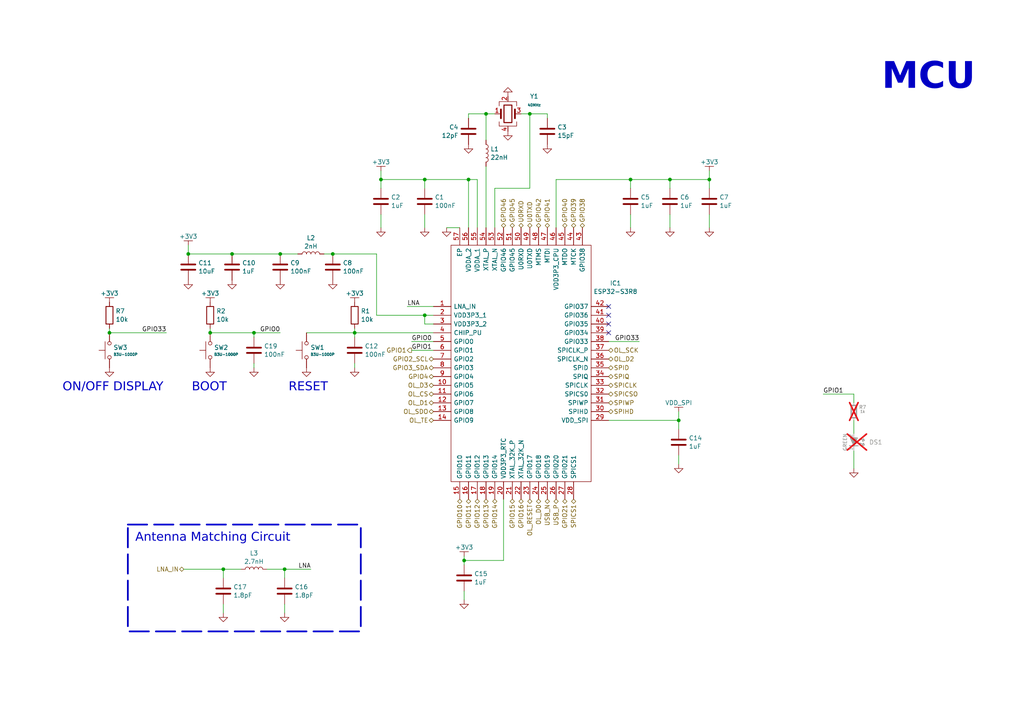
<source format=kicad_sch>
(kicad_sch (version 20231120) (generator "eeschema") (generator_version "8.0")
  (paper "A4")
  (title_block (title "WebScreen Project") (date "2024-11-02") (rev "1.2") (company "HW Media Lab LLC"))
  (lib_symbols
    (symbol "Device:C" (pin_numbers hide) (pin_names (offset 0.254))
      (property "Reference" "C" (at 0.635 2.54 0))
      (property "Value" "C" (at 0.635 -2.54 0))
      (symbol "C_0_1"
        (polyline (pts (xy -2.032 -0.762) (xy 2.032 -0.762)) (stroke (width 0.508)))
        (polyline (pts (xy -2.032 0.762) (xy 2.032 0.762)) (stroke (width 0.508)))
      )
      (symbol "C_1_1"
        (pin passive line (at 0 3.81 270) (length 2.794) (name "~") (number "1"))
        (pin passive line (at 0 -3.81 90) (length 2.794) (name "~") (number "2"))
      )
    )
    (symbol "Device:Crystal_GND24" (pin_names (offset 1.016) hide)
      (property "Reference" "Y" (at 3.175 5.08 0))
      (property "Value" "Crystal_GND24" (at 3.175 3.175 0))
      (symbol "Crystal_GND24_0_1"
        (rectangle (start -1.143 2.54) (end 1.143 -2.54) (stroke (width 0.3048)))
        (polyline (pts (xy -2.54 0) (xy -2.032 0)))
        (polyline (pts (xy -2.032 -1.27) (xy -2.032 1.27)) (stroke (width 0.508)))
        (polyline (pts (xy 0 -3.81) (xy 0 -3.556)))
        (polyline (pts (xy 0 3.556) (xy 0 3.81)))
        (polyline (pts (xy 2.032 -1.27) (xy 2.032 1.27)) (stroke (width 0.508)))
        (polyline (pts (xy 2.032 0) (xy 2.54 0)))
        (polyline (pts (xy -2.54 -2.286) (xy -2.54 -3.556) (xy 2.54 -3.556) (xy 2.54 -2.286)))
        (polyline (pts (xy -2.54 2.286) (xy -2.54 3.556) (xy 2.54 3.556) (xy 2.54 2.286)))
      )
      (symbol "Crystal_GND24_1_1"
        (pin passive line (at -3.81 0 0) (length 1.27) (name "1") (number "1"))
        (pin passive line (at 0 5.08 270) (length 1.27) (name "2") (number "2"))
        (pin passive line (at 3.81 0 180) (length 1.27) (name "3") (number "3"))
        (pin passive line (at 0 -5.08 90) (length 1.27) (name "4") (number "4"))
      )
    )
    (symbol "Device:L" (pin_numbers hide) (pin_names (offset 1.016) hide)
      (property "Reference" "L" (at -1.27 0 90))
      (property "Value" "L" (at 1.905 0 90))
      (symbol "L_0_1"
        (arc (start 0 -2.54) (mid 0.6323 -1.905) (end 0 -1.27))
        (arc (start 0 -1.27) (mid 0.6323 -0.635) (end 0 0))
        (arc (start 0 0) (mid 0.6323 0.635) (end 0 1.27))
        (arc (start 0 1.27) (mid 0.6323 1.905) (end 0 2.54))
      )
      (symbol "L_1_1"
        (pin passive line (at 0 3.81 270) (length 1.27) (name "1") (number "1"))
        (pin passive line (at 0 -3.81 90) (length 1.27) (name "2") (number "2"))
      )
    )
    (symbol "Device:R" (pin_numbers hide) (pin_names (offset 0))
      (property "Reference" "R" (at 2.032 0 90))
      (property "Value" "R" (at 0 0 90))
      (symbol "R_0_1"
        (rectangle (start -1.016 -2.54) (end 1.016 2.54) (stroke (width 0.254)))
      )
      (symbol "R_1_1"
        (pin passive line (at 0 3.81 270) (length 1.27) (name "~") (number "1"))
        (pin passive line (at 0 -3.81 90) (length 1.27) (name "~") (number "2"))
      )
    )
    (symbol "ESP32-S3R8:ESP32-S3R8" (pin_names (offset 0.762))
      (property "Reference" "IC" (at 46.99 22.86 0))
      (property "Value" "ESP32-S3R8" (at 46.99 20.32 0))
      (symbol "ESP32-S3R8_0_0"
        (pin passive line (at 0 0 0) (length 5.08) (name "LNA_IN") (number "1"))
        (pin passive line (at 0 -22.86 0) (length 5.08) (name "GPIO5") (number "10"))
        (pin passive line (at 0 -25.4 0) (length 5.08) (name "GPIO6") (number "11"))
        (pin passive line (at 0 -27.94 0) (length 5.08) (name "GPIO7") (number "12"))
        (pin passive line (at 0 -30.48 0) (length 5.08) (name "GPIO8") (number "13"))
        (pin passive line (at 0 -33.02 0) (length 5.08) (name "GPIO9") (number "14"))
        (pin passive line (at 7.62 -55.88 90) (length 5.08) (name "GPIO10") (number "15"))
        (pin passive line (at 10.16 -55.88 90) (length 5.08) (name "GPIO11") (number "16"))
        (pin passive line (at 12.7 -55.88 90) (length 5.08) (name "GPIO12") (number "17"))
        (pin passive line (at 15.24 -55.88 90) (length 5.08) (name "GPIO13") (number "18"))
        (pin passive line (at 17.78 -55.88 90) (length 5.08) (name "GPIO14") (number "19"))
        (pin passive line (at 0 -2.54 0) (length 5.08) (name "VDD3P3_1") (number "2"))
        (pin passive line (at 20.32 -55.88 90) (length 5.08) (name "VDD3P3_RTC") (number "20"))
        (pin passive line (at 22.86 -55.88 90) (length 5.08) (name "XTAL_32K_P") (number "21"))
        (pin passive line (at 25.4 -55.88 90) (length 5.08) (name "XTAL_32K_N") (number "22"))
        (pin passive line (at 27.94 -55.88 90) (length 5.08) (name "GPIO17") (number "23"))
        (pin passive line (at 30.48 -55.88 90) (length 5.08) (name "GPIO18") (number "24"))
        (pin passive line (at 33.02 -55.88 90) (length 5.08) (name "GPIO19") (number "25"))
        (pin passive line (at 35.56 -55.88 90) (length 5.08) (name "GPIO20") (number "26"))
        (pin passive line (at 38.1 -55.88 90) (length 5.08) (name "GPIO21") (number "27"))
        (pin passive line (at 40.64 -55.88 90) (length 5.08) (name "SPICS1") (number "28"))
        (pin passive line (at 50.8 -33.02 180) (length 5.08) (name "VDD_SPI") (number "29"))
        (pin passive line (at 0 -5.08 0) (length 5.08) (name "VDD3P3_2") (number "3"))
        (pin passive line (at 50.8 -30.48 180) (length 5.08) (name "SPIHD") (number "30"))
        (pin passive line (at 50.8 -27.94 180) (length 5.08) (name "SPIWP") (number "31"))
        (pin passive line (at 50.8 -25.4 180) (length 5.08) (name "SPICS0") (number "32"))
        (pin passive line (at 50.8 -22.86 180) (length 5.08) (name "SPICLK") (number "33"))
        (pin passive line (at 50.8 -20.32 180) (length 5.08) (name "SPIQ") (number "34"))
        (pin passive line (at 50.8 -17.78 180) (length 5.08) (name "SPID") (number "35"))
        (pin passive line (at 50.8 -15.24 180) (length 5.08) (name "SPICLK_N") (number "36"))
        (pin passive line (at 50.8 -12.7 180) (length 5.08) (name "SPICLK_P") (number "37"))
        (pin passive line (at 50.8 -10.16 180) (length 5.08) (name "GPIO33") (number "38"))
        (pin passive line (at 50.8 -7.62 180) (length 5.08) (name "GPIO34") (number "39"))
        (pin passive line (at 0 -7.62 0) (length 5.08) (name "CHIP_PU") (number "4"))
        (pin passive line (at 50.8 -5.08 180) (length 5.08) (name "GPIO35") (number "40"))
        (pin passive line (at 50.8 -2.54 180) (length 5.08) (name "GPIO36") (number "41"))
        (pin passive line (at 50.8 0 180) (length 5.08) (name "GPIO37") (number "42"))
        (pin passive line (at 43.18 22.86 270) (length 5.08) (name "GPIO38") (number "43"))
        (pin passive line (at 40.64 22.86 270) (length 5.08) (name "MTCK") (number "44"))
        (pin passive line (at 38.1 22.86 270) (length 5.08) (name "MTDO") (number "45"))
        (pin passive line (at 35.56 22.86 270) (length 5.08) (name "VDD3P3_CPU") (number "46"))
        (pin passive line (at 33.02 22.86 270) (length 5.08) (name "MTDI") (number "47"))
        (pin passive line (at 30.48 22.86 270) (length 5.08) (name "MTMS") (number "48"))
        (pin passive line (at 27.94 22.86 270) (length 5.08) (name "U0TXD") (number "49"))
        (pin passive line (at 0 -10.16 0) (length 5.08) (name "GPIO0") (number "5"))
        (pin passive line (at 25.4 22.86 270) (length 5.08) (name "U0RXD") (number "50"))
        (pin passive line (at 22.86 22.86 270) (length 5.08) (name "GPIO45") (number "51"))
        (pin passive line (at 20.32 22.86 270) (length 5.08) (name "GPIO46") (number "52"))
        (pin passive line (at 17.78 22.86 270) (length 5.08) (name "XTAL_N") (number "53"))
        (pin passive line (at 15.24 22.86 270) (length 5.08) (name "XTAL_P") (number "54"))
        (pin passive line (at 12.7 22.86 270) (length 5.08) (name "VDDA_1") (number "55"))
        (pin passive line (at 10.16 22.86 270) (length 5.08) (name "VDDA_2") (number "56"))
        (pin passive line (at 7.62 22.86 270) (length 5.08) (name "EP") (number "57"))
        (pin passive line (at 0 -12.7 0) (length 5.08) (name "GPIO1") (number "6"))
        (pin passive line (at 0 -15.24 0) (length 5.08) (name "GPIO2") (number "7"))
        (pin passive line (at 0 -17.78 0) (length 5.08) (name "GPIO3") (number "8"))
        (pin passive line (at 0 -20.32 0) (length 5.08) (name "GPIO4") (number "9"))
      )
      (symbol "ESP32-S3R8_0_1"
        (polyline (pts (xy 5.08 17.78) (xy 45.72 17.78) (xy 45.72 -50.8) (xy 5.08 -50.8) (xy 5.08 17.78)) (stroke (width 0.1524)))
      )
    )
    (symbol "Switch:SW_Push" (pin_numbers hide) (pin_names (offset 1.016) hide)
      (property "Reference" "SW" (at 1.27 2.54 0))
      (property "Value" "SW_Push" (at 0 -1.524 0))
      (symbol "SW_Push_0_1"
        (circle (center -2.032 0) (radius 0.508))
        (polyline (pts (xy 0 1.27) (xy 0 3.048)))
        (polyline (pts (xy 2.54 1.27) (xy -2.54 1.27)))
        (circle (center 2.032 0) (radius 0.508))
        (pin passive line (at -5.08 0 0) (length 2.54) (name "1") (number "1"))
        (pin passive line (at 5.08 0 180) (length 2.54) (name "2") (number "2"))
      )
    )
    (symbol "pasv-res:R-0603" (pin_numbers hide) (pin_names (offset 0))
      (property "Reference" "R" (at 6.35 1.27 0))
      (property "Value" "R-0603" (at 6.35 -1.27 0))
      (symbol "R-0603_0_1"
        (rectangle (start -0.762 1.778) (end 0.762 -1.778) (stroke (width 0.381)))
        (polyline (pts (xy 0 -1.778) (xy 0 -2.032)))
        (polyline (pts (xy 0 1.778) (xy 0 1.905)))
      )
      (symbol "R-0603_1_1"
        (pin passive line (at 0 2.54 270) (length 0.635) (name "~") (number "1"))
        (pin passive line (at 0 -2.54 90) (length 0.635) (name "~") (number "2"))
      )
    )
    (symbol "power:+3V3" (power) (pin_names (offset 0))
      (property "Value" "+3V3" (at 0 2.54 0))
      (symbol "+3V3_0_1"
        (rectangle (start -1.27 1.27) (end 1.27 1.27))
        (polyline (pts (xy 0 0) (xy 0 1.27)))
      )
      (symbol "+3V3_1_1"
        (pin power_in line (at 0 0 90) (length 0) hide (name "+3V3") (number "1"))
      )
    )
    (symbol "power:+4V" (power) (pin_names (offset 0))
      (property "Value" "VDD SPI" (at 0 2.54 0))
      (symbol "+4V_0_1"
        (polyline (pts (xy -1.27 1.27) (xy 1.27 1.27)))
        (polyline (pts (xy 0 0) (xy 0 1.27)))
      )
      (symbol "+4V_1_1"
        (pin power_in line (at 0 0 90) (length 0) hide (name "+4V") (number "1"))
      )
    )
    (symbol "power:GND" (power) (pin_names (offset 0))
      (property "Value" "GND" (at 0 -3.81 0))
      (symbol "GND_0_1"
        (polyline (pts (xy 0 0) (xy 0 -1.27) (xy 1.27 -1.27) (xy 0 -2.54) (xy -1.27 -1.27) (xy 0 -1.27)))
      )
      (symbol "GND_1_1"
        (pin power_in line (at 0 0 270) (length 0) hide (name "GND") (number "1"))
      )
    )
    (symbol "semi-opto-generic:LED-0603" (pin_names (offset 0) hide)
      (property "Reference" "DS" (at 8.89 1.27 0))
      (property "Value" "LED-0603" (at 8.89 -1.27 0))
      (symbol "LED-0603_0_1"
        (polyline (pts (xy -1.27 -1.016) (xy 1.27 -1.016)) (stroke (width 0.254)))
        (polyline (pts (xy 0 -1.27) (xy 0 -1.016)))
        (polyline (pts (xy 0 -1.016) (xy -1.016 1.27) (xy 1.016 1.27) (xy 0 -1.016)) (stroke (width 0.254)) (fill (type outline)))
        (polyline (pts (xy 1.778 -0.254) (xy 3.048 -0.762) (xy 2.54 -1.016) (xy 2.794 -0.254) (xy 3.048 -0.762)) (stroke (width 0.254)))
        (polyline (pts (xy 1.778 1.016) (xy 3.048 0.508) (xy 2.54 0.254) (xy 2.794 1.016) (xy 3.048 0.508)) (stroke (width 0.254)))
      )
      (symbol "LED-0603_1_1"
        (pin passive line (at 0 -2.54 90) (length 1.27) (name "K") (number "1"))
        (pin passive line (at 0 2.54 270) (length 1.27) (name "A") (number "2"))
      )
    )
  )
  (junction (at 153.67 33.02))
  (junction (at 60.96 96.52))
  (junction (at 96.52 73.66))
  (junction (at 182.88 52.07))
  (junction (at 82.55 165.1))
  (junction (at 73.66 96.52))
  (junction (at 64.77 165.1))
  (junction (at 135.89 52.07))
  (junction (at 134.62 162.56))
  (junction (at 196.85 121.92))
  (junction (at 67.31 73.66))
  (junction (at 54.61 73.66))
  (junction (at 194.31 52.07))
  (junction (at 140.97 33.02))
  (junction (at 205.74 52.07))
  (junction (at 31.75 96.52))
  (junction (at 110.49 52.07))
  (junction (at 81.28 73.66))
  (junction (at 123.19 52.07))
  (junction (at 102.87 96.52))
  (junction (at 123.19 91.44))
  (no_connect (at 176.53 96.52))
  (no_connect (at 176.53 88.9))
  (no_connect (at 176.53 93.98))
  (no_connect (at 176.53 91.44))
  (wire (pts (xy 123.19 93.98) (xy 125.73 93.98)))
  (wire (pts (xy 110.49 52.07) (xy 110.49 54.61)))
  (wire (pts (xy 64.77 175.26) (xy 64.77 177.8)))
  (wire (pts (xy 109.22 73.66) (xy 109.22 91.44)))
  (wire (pts (xy 135.89 33.02) (xy 140.97 33.02)))
  (wire (pts (xy 123.19 52.07) (xy 123.19 54.61)))
  (wire (pts (xy 82.55 165.1) (xy 82.55 167.64)))
  (wire (pts (xy 109.22 91.44) (xy 123.19 91.44)))
  (wire (pts (xy 102.87 95.25) (xy 102.87 96.52)))
  (wire (pts (xy 140.97 48.26) (xy 140.97 66.04)))
  (wire (pts (xy 77.47 165.1) (xy 82.55 165.1)))
  (wire (pts (xy 118.11 88.9) (xy 125.73 88.9)))
  (wire (pts (xy 143.51 66.04) (xy 143.51 54.61)))
  (wire (pts (xy 123.19 52.07) (xy 135.89 52.07)))
  (wire (pts (xy 176.53 99.06) (xy 185.42 99.06)))
  (wire (pts (xy 67.31 73.66) (xy 81.28 73.66)))
  (wire (pts (xy 93.98 73.66) (xy 96.52 73.66)))
  (wire (pts (xy 196.85 119.38) (xy 196.85 121.92)))
  (wire (pts (xy 205.74 52.07) (xy 205.74 54.61)))
  (wire (pts (xy 60.96 95.25) (xy 60.96 96.52)))
  (wire (pts (xy 161.29 52.07) (xy 182.88 52.07)))
  (wire (pts (xy 81.28 73.66) (xy 86.36 73.66)))
  (wire (pts (xy 205.74 62.23) (xy 205.74 66.04)))
  (wire (pts (xy 135.89 33.02) (xy 135.89 34.29)))
  (wire (pts (xy 140.97 33.02) (xy 140.97 40.64)))
  (wire (pts (xy 123.19 91.44) (xy 123.19 93.98)))
  (wire (pts (xy 64.77 167.64) (xy 64.77 165.1)))
  (wire (pts (xy 31.75 95.25) (xy 31.75 96.52)))
  (wire (pts (xy 82.55 165.1) (xy 90.17 165.1)))
  (wire (pts (xy 110.49 62.23) (xy 110.49 66.04)))
  (wire (pts (xy 102.87 96.52) (xy 102.87 97.79)))
  (wire (pts (xy 134.62 162.56) (xy 146.05 162.56)))
  (wire (pts (xy 73.66 105.41) (xy 73.66 106.68)))
  (wire (pts (xy 82.55 175.26) (xy 82.55 177.8)))
  (wire (pts (xy 238.76 114.3) (xy 247.65 114.3)))
  (wire (pts (xy 247.65 130.81) (xy 247.65 135.89)))
  (wire (pts (xy 31.75 96.52) (xy 48.26 96.52)))
  (wire (pts (xy 194.31 62.23) (xy 194.31 66.04)))
  (wire (pts (xy 176.53 121.92) (xy 196.85 121.92)))
  (wire (pts (xy 134.62 161.29) (xy 134.62 162.56)))
  (wire (pts (xy 134.62 162.56) (xy 134.62 163.83)))
  (wire (pts (xy 102.87 105.41) (xy 102.87 106.68)))
  (wire (pts (xy 182.88 52.07) (xy 182.88 54.61)))
  (wire (pts (xy 194.31 52.07) (xy 194.31 54.61)))
  (wire (pts (xy 194.31 52.07) (xy 205.74 52.07)))
  (wire (pts (xy 119.38 101.6) (xy 125.73 101.6)))
  (wire (pts (xy 54.61 73.66) (xy 67.31 73.66)))
  (wire (pts (xy 196.85 132.08) (xy 196.85 134.62)))
  (wire (pts (xy 64.77 165.1) (xy 69.85 165.1)))
  (wire (pts (xy 123.19 62.23) (xy 123.19 66.04)))
  (wire (pts (xy 73.66 96.52) (xy 73.66 97.79)))
  (wire (pts (xy 102.87 96.52) (xy 125.73 96.52)))
  (wire (pts (xy 196.85 124.46) (xy 196.85 121.92)))
  (wire (pts (xy 60.96 96.52) (xy 73.66 96.52)))
  (wire (pts (xy 158.75 34.29) (xy 158.75 33.02)))
  (wire (pts (xy 247.65 121.92) (xy 247.65 125.73)))
  (wire (pts (xy 247.65 114.3) (xy 247.65 116.84)))
  (wire (pts (xy 135.89 52.07) (xy 135.89 66.04)))
  (wire (pts (xy 135.89 52.07) (xy 138.43 52.07)))
  (wire (pts (xy 129.54 66.04) (xy 133.35 66.04)))
  (wire (pts (xy 138.43 66.04) (xy 138.43 52.07)))
  (wire (pts (xy 110.49 52.07) (xy 123.19 52.07)))
  (wire (pts (xy 110.49 49.53) (xy 110.49 52.07)))
  (wire (pts (xy 182.88 52.07) (xy 194.31 52.07)))
  (wire (pts (xy 161.29 66.04) (xy 161.29 52.07)))
  (wire (pts (xy 125.73 91.44) (xy 123.19 91.44)))
  (wire (pts (xy 119.38 99.06) (xy 125.73 99.06)))
  (wire (pts (xy 53.34 165.1) (xy 64.77 165.1)))
  (wire (pts (xy 88.9 96.52) (xy 102.87 96.52)))
  (wire (pts (xy 146.05 162.56) (xy 146.05 144.78)))
  (wire (pts (xy 158.75 33.02) (xy 153.67 33.02)))
  (wire (pts (xy 143.51 54.61) (xy 153.67 54.61)))
  (wire (pts (xy 73.66 96.52) (xy 81.28 96.52)))
  (wire (pts (xy 134.62 171.45) (xy 134.62 173.99)))
  (wire (pts (xy 54.61 71.12) (xy 54.61 73.66)))
  (wire (pts (xy 143.51 33.02) (xy 140.97 33.02)))
  (wire (pts (xy 205.74 49.53) (xy 205.74 52.07)))
  (wire (pts (xy 96.52 73.66) (xy 109.22 73.66)))
  (wire (pts (xy 153.67 33.02) (xy 153.67 54.61)))
  (wire (pts (xy 151.13 33.02) (xy 153.67 33.02)))
  (wire (pts (xy 182.88 62.23) (xy 182.88 66.04)))
  (text_box "Antenna Matching Circuit" (at 37.084 152.146 0) (size 67.564 30.988) (stroke (width 0.508) (type dash)) (effects (font (size 2.54 2.54)) (justify left top)))
  (text "BOOT\n" (at 60.706 113.03 0) (effects (font (size 2.54 2.54))))
  (text "MCU" (at 255.778 28.956 0) (effects (font (size 7.62 7.62) (thickness 0.254) (bold yes)) (justify left bottom)))
  (text "Check this design: 1-N8R8CT-ND (Digikey part number)" (at 17.78 -8.128 0) (effects (font (size 1.27 1.27)) (justify left bottom)))
  (text "RESET" (at 89.408 113.03 0) (effects (font (size 2.54 2.54))))
  (text "ON/OFF DISPLAY" (at 32.766 113.03 0) (effects (font (size 2.54 2.54))))
  (label "GPIO0" (at 81.28 96.52 180))
  (label "GPIO33" (at 185.42 99.06 180))
  (label "GPIO33" (at 48.26 96.52 180))
  (label "LNA" (at 118.11 88.9 0))
  (label "GPIO1" (at 119.38 101.6 0))
  (label "GPIO1" (at 238.76 114.3 0))
  (label "LNA" (at 90.17 165.1 180))
  (label "GPIO0" (at 119.38 99.06 0))
  (hierarchical_label "GPIO16" (shape bidirectional) (at 151.13 144.78 270))
  (hierarchical_label "GPIO12" (shape bidirectional) (at 138.43 144.78 270))
  (hierarchical_label "GPIO40" (shape bidirectional) (at 163.83 66.04 90))
  (hierarchical_label "GPIO2_SCL" (shape bidirectional) (at 125.73 104.14 180))
  (hierarchical_label "OL_D2" (shape bidirectional) (at 176.53 104.14 0))
  (hierarchical_label "OL_D1" (shape bidirectional) (at 125.73 116.84 180))
  (hierarchical_label "U0TXD" (shape bidirectional) (at 153.67 66.04 90))
  (hierarchical_label "USB_N" (shape bidirectional) (at 158.75 144.78 270))
  (hierarchical_label "GPIO3_SDA" (shape bidirectional) (at 125.73 106.68 180))
  (hierarchical_label "GPIO21" (shape bidirectional) (at 163.83 144.78 270))
  (hierarchical_label "SPICS1" (shape bidirectional) (at 166.37 144.78 270))
  (hierarchical_label "SPICSO" (shape bidirectional) (at 176.53 114.3 0))
  (hierarchical_label "GPIO42" (shape bidirectional) (at 156.21 66.04 90))
  (hierarchical_label "OL_CS" (shape bidirectional) (at 125.73 114.3 180))
  (hierarchical_label "GPIO11" (shape bidirectional) (at 135.89 144.78 270))
  (hierarchical_label "OL_TE" (shape bidirectional) (at 125.73 121.92 180))
  (hierarchical_label "GPIO41" (shape bidirectional) (at 158.75 66.04 90))
  (hierarchical_label "GPIO10" (shape bidirectional) (at 133.35 144.78 270))
  (hierarchical_label "GPIO15" (shape bidirectional) (at 148.59 144.78 270))
  (hierarchical_label "SPICLK" (shape bidirectional) (at 176.53 111.76 0))
  (hierarchical_label "GPIO14" (shape bidirectional) (at 143.51 144.78 270))
  (hierarchical_label "OL_SCK" (shape bidirectional) (at 176.53 101.6 0))
  (hierarchical_label "GPIO39" (shape bidirectional) (at 166.37 66.04 90))
  (hierarchical_label "OL_RESET" (shape bidirectional) (at 153.67 144.78 270))
  (hierarchical_label "GPIO4" (shape bidirectional) (at 125.73 109.22 180))
  (hierarchical_label "SPIWP" (shape bidirectional) (at 176.53 116.84 0))
  (hierarchical_label "GPIO38" (shape bidirectional) (at 168.91 66.04 90))
  (hierarchical_label "GPIO1" (shape output) (at 119.38 101.6 180))
  (hierarchical_label "SPIQ" (shape bidirectional) (at 176.53 109.22 0))
  (hierarchical_label "USB_P" (shape bidirectional) (at 161.29 144.78 270))
  (hierarchical_label "OL_D0" (shape bidirectional) (at 156.21 144.78 270))
  (hierarchical_label "GPIO46" (shape bidirectional) (at 146.05 66.04 90))
  (hierarchical_label "LNA_IN" (shape bidirectional) (at 53.34 165.1 180))
  (hierarchical_label "SPID" (shape bidirectional) (at 176.53 106.68 0))
  (hierarchical_label "SPIHD" (shape bidirectional) (at 176.53 119.38 0))
  (hierarchical_label "OL_SDO" (shape bidirectional) (at 125.73 119.38 180))
  (hierarchical_label "OL_D3" (shape bidirectional) (at 125.73 111.76 180))
  (hierarchical_label "U0RXD" (shape bidirectional) (at 151.13 66.04 90))
  (hierarchical_label "GPIO45" (shape bidirectional) (at 148.59 66.04 90))
  (hierarchical_label "GPIO13" (shape bidirectional) (at 140.97 144.78 270))
  (symbol (lib_id "Switch:SW_Push") (at 60.96 101.6 90) (unit 1)
    (property "Reference" "SW2" (at 62.103 100.7965 90) (effects (justify right)))
    (property "Value" "B3U-1000P" (at 62.103 102.8121 90) (effects (font (size 0.762 0.762)) (justify right)))
    (property "Footprint" "smd-non-ipc:B3U-1000P" (effects (hide yes)))
    (property "Datasheet" "http://www.omron.com/ecb/products/pdf/en-b3u.pdf" (effects (hide yes)))
    (property "MPN" "B3U-1000P" (effects (hide yes)))
    (property "BOM" "2.5mm 1.6mm Round Button 50mA Brick nogging 3mm SPST 153gf 12V SMD,2.5x3mm Tactile Switches ROHS" (effects (hide yes)))
    (property "LCSC Part #" "C231329" (effects (hide yes)))
  )
  (symbol (lib_id "power:GND") (at 64.77 177.8 0) (unit 1)
    (property "Reference" "#PWR030" (effects (hide yes)))
    (property "Value" "GND" (effects (hide yes)))
  )
  (symbol (lib_id "Device:C") (at 82.55 171.45 0) (unit 1)
    (property "Reference" "C16" (at 85.471 170.2379 0) (effects (justify left)))
    (property "Value" "1.8pF" (at 85.471 172.6621 0) (effects (justify left)))
    (property "Footprint" "Capacitor_SMD:C_0201_0603Metric" (effects (hide yes)))
    (property "Datasheet" "https://www.lcsc.com/datasheet/lcsc_datasheet_2304140030_Murata-Electronics-GRM0335C1H1R8BA01D_C161415.pdf" (effects (hide yes)))
    (property "BOM" "50V 1.8pF C0G 0201 Multilayer Ceramic Capacitors MLCC - SMD/SMT ROHS" (effects (hide yes)))
    (property "LCSC Part #" "C161415" (effects (hide yes)))
    (property "MPN" " GRM0335C1H1R8BA01D" (effects (hide yes)))
  )
  (symbol (lib_id "power:GND") (at 60.96 106.68 0) (unit 1)
    (property "Reference" "#PWR022" (effects (hide yes)))
    (property "Value" "GND" (effects (hide yes)))
  )
  (symbol (lib_id "ESP32-S3R8:ESP32-S3R8") (at 125.73 88.9 0) (unit 1)
    (property "Reference" "IC1" (at 178.5316 82.1456 0))
    (property "Value" "ESP32-S3R8" (at 178.5316 84.5698 0))
    (property "Footprint" "smd-non-ipc:QFN40P700X700X90-57N-D" (effects (hide yes)))
    (property "Datasheet" "https://www.espressif.com/sites/default/files/documentation/esp32-s3_datasheet_en.pdf" (effects (hide yes)))
    (property "BOM" "WiFi Modules - 802.11 SMD IC, Dual-Core MCU, Wi-Fi 2.4G & BLE 5.0 Combo, 8 MB Octal SPI PSRAM, QFN 56-pin, 7*7 mm" (effects (hide yes)))
    (property "MPN" "ESP32-S3R8" (effects (hide yes)))
    (property "LCSC Part #" "C2913194" (effects (hide yes)))
  )
  (symbol (lib_id "Device:R") (at 60.96 91.44 0) (unit 1)
    (property "Reference" "R2" (at 62.738 90.2279 0) (effects (justify left)))
    (property "Value" "10k" (at 62.738 92.6521 0) (effects (justify left)))
    (property "Footprint" "Resistor_SMD:R_0402_1005Metric" (effects (hide yes)))
    (property "Datasheet" "https://www.lcsc.com/datasheet/lcsc_datasheet_2205311845_UNI-ROYAL-Uniroyal-Elec-0402WGJ0103TCE_C25531.pdf" (effects (hide yes)))
    (property "MPN" "0402WGJ0103TCE" (effects (hide yes)))
    (property "LCSC Part #" "C25531" (effects (hide yes)))
    (property "BOM" "62.5mW Thick Film Resistors 50V ±100ppm/℃ ±5% 10kΩ 0402 Chip Resistor - Surface Mount ROHS" (effects (hide yes)))
  )
  (symbol (lib_id "Device:C") (at 73.66 101.6 0) (unit 1)
    (property "Reference" "C19" (at 76.581 100.3879 0) (effects (justify left)))
    (property "Value" "100nF" (at 76.581 102.8121 0) (effects (justify left)))
    (property "Footprint" "Capacitor_SMD:C_0402_1005Metric_Pad0.74x0.62mm_HandSolder" (effects (hide yes)))
    (property "Datasheet" "https://www.lcsc.com/datasheet/lcsc_datasheet_2208251730_TDK-CGA2B3X7R1V104KT0Y0F_C343047.pdf" (effects (hide yes)))
    (property "MPN" "CGA2B3X7R1V104KT0Y0F" (effects (hide yes)))
    (property "LCSC Part #" "C343047" (effects (hide yes)))
    (property "BOM" "35V 100nF X7R ±10% 0402 Multilayer Ceramic Capacitors MLCC - SMD/SMT ROHS" (effects (hide yes)))
  )
  (symbol (lib_id "power:GND") (at 182.88 66.04 0) (unit 1)
    (property "Reference" "#PWR09" (effects (hide yes)))
    (property "Value" "GND" (effects (hide yes)))
  )
  (symbol (lib_id "power:GND") (at 31.75 106.68 0) (unit 1)
    (property "Reference" "#PWR052" (effects (hide yes)))
    (property "Value" "GND" (effects (hide yes)))
  )
  (symbol (lib_id "power:GND") (at 82.55 177.8 0) (unit 1)
    (property "Reference" "#PWR031" (effects (hide yes)))
    (property "Value" "GND" (effects (hide yes)))
  )
  (symbol (lib_id "power:+3V3") (at 60.96 87.63 0) (unit 1)
    (property "Reference" "#PWR020" (effects (hide yes)))
    (property "Value" "+3V3" (at 60.96 85.09 0))
  )
  (symbol (lib_id "power:GND") (at 81.28 81.28 0) (unit 1)
    (property "Reference" "#PWR014" (effects (hide yes)))
    (property "Value" "GND" (effects (hide yes)))
  )
  (symbol (lib_id "Device:C") (at 64.77 171.45 0) (unit 1)
    (property "Reference" "C17" (at 67.691 170.2379 0) (effects (justify left)))
    (property "Value" "1.8pF" (at 67.691 172.6621 0) (effects (justify left)))
    (property "Footprint" "Capacitor_SMD:C_0201_0603Metric" (effects (hide yes)))
    (property "Datasheet" "https://www.lcsc.com/datasheet/lcsc_datasheet_2304140030_Murata-Electronics-GRM0335C1H1R8BA01D_C161415.pdf" (effects (hide yes)))
    (property "BOM" "50V 1.8pF C0G 0201 Multilayer Ceramic Capacitors MLCC - SMD/SMT ROHS" (effects (hide yes)))
    (property "LCSC Part #" "C161415" (effects (hide yes)))
    (property "MPN" " GRM0335C1H1R8BA01D" (effects (hide yes)))
  )
  (symbol (lib_id "Switch:SW_Push") (at 31.75 101.6 90) (unit 1)
    (property "Reference" "SW3" (at 32.893 100.7965 90) (effects (justify right)))
    (property "Value" "B3U-1000P" (at 32.893 102.8121 90) (effects (font (size 0.762 0.762)) (justify right)))
    (property "Footprint" "smd-non-ipc:B3U-1000P" (effects (hide yes)))
    (property "Datasheet" "http://www.omron.com/ecb/products/pdf/en-b3u.pdf" (effects (hide yes)))
    (property "MPN" "B3U-1000P" (effects (hide yes)))
    (property "BOM" "2.5mm 1.6mm Round Button 50mA Brick nogging 3mm SPST 153gf 12V SMD,2.5x3mm Tactile Switches ROHS" (effects (hide yes)))
    (property "LCSC Part #" "C231329" (effects (hide yes)))
  )
  (symbol (lib_id "power:GND") (at 88.9 106.68 0) (unit 1)
    (property "Reference" "#PWR021" (effects (hide yes)))
    (property "Value" "GND" (effects (hide yes)))
  )
  (symbol (lib_id "power:GND") (at 247.65 135.89 0) (unit 1)
    (property "Reference" "#PWR069" (effects (hide yes)))
    (property "Value" "GND" (effects (hide yes)))
  )
  (symbol (lib_id "power:+3V3") (at 31.75 87.63 0) (unit 1)
    (property "Reference" "#PWR054" (effects (hide yes)))
    (property "Value" "+3V3" (at 31.75 85.09 0))
  )
  (symbol (lib_id "power:GND") (at 102.87 106.68 0) (unit 1)
    (property "Reference" "#PWR019" (effects (hide yes)))
    (property "Value" "GND" (effects (hide yes)))
  )
  (symbol (lib_id "semi-opto-generic:LED-0603") (at 247.65 128.27 0) (unit 1) (in_bom no) (dnp yes)
    (property "Reference" "DS1" (at 254 128.27 0))
    (property "Value" "GREEN" (at 245.11 128.27 90) (effects (font (size 1.016 1.016))))
    (property "Footprint" "LED_SMD:LED_0603_1608Metric" (effects (hide yes)))
    (property "Datasheet" "http://optoelectronics.liteon.com/upload/download/DS22-2000-228/S_110_LTST-C191KGKT.pdf" (effects (hide yes)))
    (property "BOM" "LED GREEN [0603]" (effects (hide yes)))
    (property "MFR" "Lite-On Inc." (effects (hide yes)))
    (property "MPN" "LTST-C191KGKT" (effects (hide yes)))
    (property "LCSC Part #" "C125098" (effects (hide yes)))
  )
  (symbol (lib_id "power:GND") (at 73.66 106.68 0) (unit 1)
    (property "Reference" "#PWR071" (effects (hide yes)))
    (property "Value" "GND" (effects (hide yes)))
  )
  (symbol (lib_id "Device:C") (at 196.85 128.27 0) (unit 1)
    (property "Reference" "C14" (at 199.771 127.0579 0) (effects (justify left)))
    (property "Value" "1uF" (at 199.771 129.4821 0) (effects (justify left)))
    (property "Footprint" "Capacitor_SMD:C_0603_1608Metric" (effects (hide yes)))
    (property "Datasheet" "https://www.lcsc.com/datasheet/lcsc_datasheet_2209191700_Samsung-Electro-Mechanics-CL10A105KO8NNNC_C1592.pdf" (effects (hide yes)))
    (property "MPN" "CL10A105KO8NNNC" (effects (hide yes)))
    (property "LCSC Part #" "C1592" (effects (hide yes)))
    (property "BOM" "16V 1uF X5R ±10% 0603 Multilayer Ceramic Capacitors MLCC - SMD/SMT ROHS" (effects (hide yes)))
  )
  (symbol (lib_id "Device:C") (at 158.75 38.1 0) (unit 1)
    (property "Reference" "C3" (at 161.671 36.8879 0) (effects (justify left)))
    (property "Value" "15pF" (at 161.671 39.3121 0) (effects (justify left)))
    (property "Footprint" "Capacitor_SMD:C_0402_1005Metric_Pad0.74x0.62mm_HandSolder" (effects (hide yes)))
    (property "Datasheet" "https://www.lcsc.com/datasheet/lcsc_datasheet_2201271000_YAGEO-CC0402KRNPO7BN150_C1852854.pdf" (effects (hide yes)))
    (property "MPN" "CC0402KRNPO7BN150" (effects (hide yes)))
    (property "LCSC Part #" "C1852854" (effects (hide yes)))
    (property "BOM" "16V 15pF NP0 ±10% 0402 Multilayer Ceramic Capacitors MLCC - SMD/SMT ROHS" (effects (hide yes)))
  )
  (symbol (lib_id "Device:C") (at 123.19 58.42 0) (unit 1)
    (property "Reference" "C1" (at 126.111 57.2079 0) (effects (justify left)))
    (property "Value" "100nF" (at 126.111 59.6321 0) (effects (justify left)))
    (property "Footprint" "Capacitor_SMD:C_0402_1005Metric_Pad0.74x0.62mm_HandSolder" (effects (hide yes)))
    (property "Datasheet" "https://www.lcsc.com/datasheet/lcsc_datasheet_2208251730_TDK-CGA2B3X7R1V104KT0Y0F_C343047.pdf" (effects (hide yes)))
    (property "MPN" "CGA2B3X7R1V104KT0Y0F" (effects (hide yes)))
    (property "LCSC Part #" "C343047" (effects (hide yes)))
    (property "BOM" "35V 100nF X7R ±10% 0402 Multilayer Ceramic Capacitors MLCC - SMD/SMT ROHS" (effects (hide yes)))
  )
  (symbol (lib_id "Device:L") (at 90.17 73.66 90) (unit 1)
    (property "Reference" "L2" (at 90.17 69.0104 90))
    (property "Value" "2nH" (at 90.17 71.4346 90))
    (property "Footprint" "Inductor_SMD:L_0402_1005Metric" (effects (hide yes)))
    (property "Datasheet" "https://www.lcsc.com/datasheet/lcsc_datasheet_2310301641_Sunlord-SDCL1005C2N0BTDF_C279790.pdf" (effects (hide yes)))
    (property "MPN" "SDCL1005C2N0BTDF" (effects (hide yes)))
    (property "LCSC Part #" "C279790" (effects (hide yes)))
    (property "BOM" "300mA 2nH 200mΩ 0402 Inductors (SMD) ROHS" (effects (hide yes)))
  )
  (symbol (lib_id "power:GND") (at 147.32 38.1 0) (unit 1)
    (property "Reference" "#PWR05" (effects (hide yes)))
    (property "Value" "GND" (effects (hide yes)))
  )
  (symbol (lib_id "Device:C") (at 182.88 58.42 0) (unit 1)
    (property "Reference" "C5" (at 185.801 57.2079 0) (effects (justify left)))
    (property "Value" "1uF" (at 185.801 59.6321 0) (effects (justify left)))
    (property "Footprint" "Capacitor_SMD:C_0603_1608Metric" (effects (hide yes)))
    (property "Datasheet" "https://www.lcsc.com/datasheet/lcsc_datasheet_2209191700_Samsung-Electro-Mechanics-CL10A105KO8NNNC_C1592.pdf" (effects (hide yes)))
    (property "MPN" "CL10A105KO8NNNC" (effects (hide yes)))
    (property "LCSC Part #" "C1592" (effects (hide yes)))
    (property "BOM" "16V 1uF X5R ±10% 0603 Multilayer Ceramic Capacitors MLCC - SMD/SMT ROHS" (effects (hide yes)))
  )
  (symbol (lib_id "Device:C") (at 54.61 77.47 0) (unit 1)
    (property "Reference" "C11" (at 57.531 76.2579 0) (effects (justify left)))
    (property "Value" "10uF" (at 57.531 78.6821 0) (effects (justify left)))
    (property "Footprint" "Capacitor_SMD:C_0402_1005Metric" (effects (hide yes)))
    (property "Datasheet" "https://www.lcsc.com/datasheet/lcsc_datasheet_2312201433_Samsung-Electro-Mechanics-CL05A106MP5NUNC_C315248.pdf" (effects (hide yes)))
    (property "MPN" "CL05A106MP5NUNC" (effects (hide yes)))
    (property "LCSC Part #" "C315248" (effects (hide yes)))
    (property "BOM" "10V 10uF X5R ±20% 0402 Multilayer Ceramic Capacitors MLCC - SMD/SMT ROHS" (effects (hide yes)))
  )
  (symbol (lib_id "power:GND") (at 196.85 134.62 0) (unit 1)
    (property "Reference" "#PWR026" (effects (hide yes)))
    (property "Value" "GND" (effects (hide yes)))
  )
  (symbol (lib_id "power:GND") (at 134.62 173.99 0) (unit 1)
    (property "Reference" "#PWR029" (effects (hide yes)))
    (property "Value" "GND" (effects (hide yes)))
  )
  (symbol (lib_id "power:+3V3") (at 54.61 71.12 0) (unit 1)
    (property "Reference" "#PWR017" (effects (hide yes)))
    (property "Value" "+3V3" (at 54.61 68.58 0))
  )
  (symbol (lib_id "Switch:SW_Push") (at 88.9 101.6 90) (unit 1)
    (property "Reference" "SW1" (at 90.043 100.7965 90) (effects (justify right)))
    (property "Value" "B3U-1000P" (at 90.043 102.8121 90) (effects (font (size 0.762 0.762)) (justify right)))
    (property "Footprint" "smd-non-ipc:B3U-1000P" (effects (hide yes)))
    (property "Datasheet" "http://www.omron.com/ecb/products/pdf/en-b3u.pdf" (effects (hide yes)))
    (property "MPN" "B3U-1000P" (effects (hide yes)))
    (property "BOM" "2.5mm 1.6mm Round Button 50mA Brick nogging 3mm SPST 153gf 12V SMD,2.5x3mm Tactile Switches ROHS" (effects (hide yes)))
    (property "LCSC Part #" "C231329" (effects (hide yes)))
  )
  (symbol (lib_id "Device:C") (at 110.49 58.42 0) (unit 1)
    (property "Reference" "C2" (at 113.411 57.2079 0) (effects (justify left)))
    (property "Value" "1uF" (at 113.411 59.6321 0) (effects (justify left)))
    (property "Footprint" "Capacitor_SMD:C_0603_1608Metric" (effects (hide yes)))
    (property "Datasheet" "https://www.lcsc.com/datasheet/lcsc_datasheet_2209191700_Samsung-Electro-Mechanics-CL10A105KO8NNNC_C1592.pdf" (effects (hide yes)))
    (property "MPN" "CL10A105KO8NNNC" (effects (hide yes)))
    (property "LCSC Part #" "C1592" (effects (hide yes)))
    (property "BOM" "16V 1uF X5R ±10% 0603 Multilayer Ceramic Capacitors MLCC - SMD/SMT ROHS" (effects (hide yes)))
  )
  (symbol (lib_id "power:GND") (at 194.31 66.04 0) (unit 1)
    (property "Reference" "#PWR010" (effects (hide yes)))
    (property "Value" "GND" (effects (hide yes)))
  )
  (symbol (lib_id "Device:L") (at 73.66 165.1 90) (unit 1)
    (property "Reference" "L3" (at 73.66 160.4504 90))
    (property "Value" "2.7nH" (at 73.66 162.8746 90))
    (property "Footprint" "Inductor_SMD:L_0201_0603Metric" (effects (hide yes)))
    (property "Datasheet" "https://www.lcsc.com/datasheet/lcsc_datasheet_2304140030_Murata-Electronics-LQP03TN2N7B02D_C98043.pdf" (effects (hide yes)))
    (property "LCSC Part #" "C98043" (effects (hide yes)))
    (property "MPN" " LQP03TN2N7B02D" (effects (hide yes)))
    (property "BOM" "500mA 2.7nH 200mΩ 0201 Inductors (SMD) ROHS" (effects (hide yes)))
  )
  (symbol (lib_id "Device:C") (at 102.87 101.6 0) (unit 1)
    (property "Reference" "C12" (at 105.791 100.3879 0) (effects (justify left)))
    (property "Value" "100nF" (at 105.791 102.8121 0) (effects (justify left)))
    (property "Footprint" "Capacitor_SMD:C_0402_1005Metric_Pad0.74x0.62mm_HandSolder" (effects (hide yes)))
    (property "Datasheet" "https://www.lcsc.com/datasheet/lcsc_datasheet_2208251730_TDK-CGA2B3X7R1V104KT0Y0F_C343047.pdf" (effects (hide yes)))
    (property "MPN" "CGA2B3X7R1V104KT0Y0F" (effects (hide yes)))
    (property "LCSC Part #" "C343047" (effects (hide yes)))
    (property "BOM" "35V 100nF X7R ±10% 0402 Multilayer Ceramic Capacitors MLCC - SMD/SMT ROHS" (effects (hide yes)))
  )
  (symbol (lib_id "power:+3V3") (at 110.49 49.53 0) (unit 1)
    (property "Reference" "#PWR02" (effects (hide yes)))
    (property "Value" "+3V3" (at 110.49 46.99 0))
  )
  (symbol (lib_id "Device:R") (at 102.87 91.44 0) (unit 1)
    (property "Reference" "R1" (at 104.648 90.2279 0) (effects (justify left)))
    (property "Value" "10k" (at 104.648 92.6521 0) (effects (justify left)))
    (property "Footprint" "Resistor_SMD:R_0402_1005Metric" (effects (hide yes)))
    (property "Datasheet" "https://www.lcsc.com/datasheet/lcsc_datasheet_2205311845_UNI-ROYAL-Uniroyal-Elec-0402WGJ0103TCE_C25531.pdf" (effects (hide yes)))
    (property "MPN" "0402WGJ0103TCE" (effects (hide yes)))
    (property "LCSC Part #" "C25531" (effects (hide yes)))
    (property "BOM" "62.5mW Thick Film Resistors 50V ±100ppm/℃ ±5% 10kΩ 0402 Chip Resistor - Surface Mount ROHS" (effects (hide yes)))
  )
  (symbol (lib_id "power:GND") (at 110.49 66.04 0) (unit 1)
    (property "Reference" "#PWR01" (effects (hide yes)))
    (property "Value" "GND" (effects (hide yes)))
  )
  (symbol (lib_id "Device:C") (at 134.62 167.64 0) (unit 1)
    (property "Reference" "C15" (at 137.541 166.4279 0) (effects (justify left)))
    (property "Value" "1uF" (at 137.541 168.8521 0) (effects (justify left)))
    (property "Footprint" "Capacitor_SMD:C_0603_1608Metric" (effects (hide yes)))
    (property "Datasheet" "https://www.lcsc.com/datasheet/lcsc_datasheet_2209191700_Samsung-Electro-Mechanics-CL10A105KO8NNNC_C1592.pdf" (effects (hide yes)))
    (property "MPN" "CL10A105KO8NNNC" (effects (hide yes)))
    (property "LCSC Part #" "C1592" (effects (hide yes)))
    (property "BOM" "16V 1uF X5R ±10% 0603 Multilayer Ceramic Capacitors MLCC - SMD/SMT ROHS" (effects (hide yes)))
  )
  (symbol (lib_id "Device:R") (at 31.75 91.44 0) (unit 1)
    (property "Reference" "R7" (at 33.528 90.2279 0) (effects (justify left)))
    (property "Value" "10k" (at 33.528 92.6521 0) (effects (justify left)))
    (property "Footprint" "Resistor_SMD:R_0402_1005Metric" (effects (hide yes)))
    (property "Datasheet" "https://www.lcsc.com/datasheet/lcsc_datasheet_2205311845_UNI-ROYAL-Uniroyal-Elec-0402WGJ0103TCE_C25531.pdf" (effects (hide yes)))
    (property "MPN" "0402WGJ0103TCE" (effects (hide yes)))
    (property "LCSC Part #" "C25531" (effects (hide yes)))
    (property "BOM" "62.5mW Thick Film Resistors 50V ±100ppm/℃ ±5% 10kΩ 0402 Chip Resistor - Surface Mount ROHS" (effects (hide yes)))
  )
  (symbol (lib_id "Device:C") (at 96.52 77.47 0) (unit 1)
    (property "Reference" "C8" (at 99.441 76.2579 0) (effects (justify left)))
    (property "Value" "100nF" (at 99.441 78.6821 0) (effects (justify left)))
    (property "Footprint" "Capacitor_SMD:C_0402_1005Metric_Pad0.74x0.62mm_HandSolder" (effects (hide yes)))
    (property "Datasheet" "https://www.lcsc.com/datasheet/lcsc_datasheet_2208251730_TDK-CGA2B3X7R1V104KT0Y0F_C343047.pdf" (effects (hide yes)))
    (property "MPN" "CGA2B3X7R1V104KT0Y0F" (effects (hide yes)))
    (property "LCSC Part #" "C343047" (effects (hide yes)))
    (property "BOM" "35V 100nF X7R ±10% 0402 Multilayer Ceramic Capacitors MLCC - SMD/SMT ROHS" (effects (hide yes)))
  )
  (symbol (lib_id "power:GND") (at 54.61 81.28 0) (unit 1)
    (property "Reference" "#PWR016" (effects (hide yes)))
    (property "Value" "GND" (effects (hide yes)))
  )
  (symbol (lib_id "power:+3V3") (at 134.62 161.29 0) (unit 1)
    (property "Reference" "#PWR028" (effects (hide yes)))
    (property "Value" "+3V3" (at 134.62 158.75 0))
  )
  (symbol (lib_id "power:GND") (at 158.75 41.91 0) (unit 1)
    (property "Reference" "#PWR08" (effects (hide yes)))
    (property "Value" "GND" (effects (hide yes)))
  )
  (symbol (lib_id "power:GND") (at 123.19 66.04 0) (unit 1)
    (property "Reference" "#PWR03" (effects (hide yes)))
    (property "Value" "GND" (effects (hide yes)))
  )
  (symbol (lib_id "power:GND") (at 96.52 81.28 0) (unit 1)
    (property "Reference" "#PWR013" (effects (hide yes)))
    (property "Value" "GND" (effects (hide yes)))
  )
  (symbol (lib_id "power:+3V3") (at 205.74 49.53 0) (unit 1)
    (property "Reference" "#PWR012" (effects (hide yes)))
    (property "Value" "+3V3" (at 205.74 46.99 0))
  )
  (symbol (lib_id "Device:C") (at 194.31 58.42 0) (unit 1)
    (property "Reference" "C6" (at 197.231 57.2079 0) (effects (justify left)))
    (property "Value" "1uF" (at 197.231 59.6321 0) (effects (justify left)))
    (property "Footprint" "Capacitor_SMD:C_0603_1608Metric" (effects (hide yes)))
    (property "Datasheet" "https://www.lcsc.com/datasheet/lcsc_datasheet_2209191700_Samsung-Electro-Mechanics-CL10A105KO8NNNC_C1592.pdf" (effects (hide yes)))
    (property "MPN" "CL10A105KO8NNNC" (effects (hide yes)))
    (property "LCSC Part #" "C1592" (effects (hide yes)))
    (property "BOM" "16V 1uF X5R ±10% 0603 Multilayer Ceramic Capacitors MLCC - SMD/SMT ROHS" (effects (hide yes)))
  )
  (symbol (lib_id "Device:C") (at 81.28 77.47 0) (unit 1)
    (property "Reference" "C9" (at 84.201 76.2579 0) (effects (justify left)))
    (property "Value" "100nF" (at 84.201 78.6821 0) (effects (justify left)))
    (property "Footprint" "Capacitor_SMD:C_0402_1005Metric_Pad0.74x0.62mm_HandSolder" (effects (hide yes)))
    (property "Datasheet" "https://www.lcsc.com/datasheet/lcsc_datasheet_2208251730_TDK-CGA2B3X7R1V104KT0Y0F_C343047.pdf" (effects (hide yes)))
    (property "MPN" "CGA2B3X7R1V104KT0Y0F" (effects (hide yes)))
    (property "LCSC Part #" "C343047" (effects (hide yes)))
    (property "BOM" "35V 100nF X7R ±10% 0402 Multilayer Ceramic Capacitors MLCC - SMD/SMT ROHS" (effects (hide yes)))
  )
  (symbol (lib_id "Device:Crystal_GND24") (at 147.32 33.02 0) (unit 1)
    (property "Reference" "Y1" (at 154.94 27.94 0))
    (property "Value" "40MHz" (at 154.94 30.48 0) (effects (font (size 0.762 0.762))))
    (property "Footprint" "smd-non-ipc:SMD32324-4P" (effects (hide yes)))
    (property "Datasheet" "https://www.lcsc.com/datasheet/lcsc_datasheet_2403291504_YXC-X322540MPB4SI_C9010.pdf" (effects (hide yes)))
    (property "MPN" "X322540MPB4SI" (effects (hide yes)))
    (property "LCSC Part #" "C9010" (effects (hide yes)))
    (property "BOM" "40MHz 贴片晶振 15pF ±10ppm ±20ppm SMD3225-4P Crystals ROHS" (effects (hide yes)))
  )
  (symbol (lib_id "power:GND") (at 135.89 41.91 0) (unit 1)
    (property "Reference" "#PWR07" (effects (hide yes)))
    (property "Value" "GND" (effects (hide yes)))
  )
  (symbol (lib_id "power:GND") (at 67.31 81.28 0) (unit 1)
    (property "Reference" "#PWR015" (effects (hide yes)))
    (property "Value" "GND" (effects (hide yes)))
  )
  (symbol (lib_id "Device:C") (at 135.89 38.1 0) (mirror y) (unit 1)
    (property "Reference" "C4" (at 132.969 36.8879 0) (effects (justify left)))
    (property "Value" "12pF" (at 132.969 39.3121 0) (effects (justify left)))
    (property "Footprint" "Capacitor_SMD:C_0402_1005Metric_Pad0.74x0.62mm_HandSolder" (effects (hide yes)))
    (property "Datasheet" "https://www.lcsc.com/datasheet/lcsc_datasheet_2201242130_Murata-Electronics-GRM1555C1E120GA01D_C882545.pdf" (effects (hide yes)))
    (property "MPN" "GRM1555C1E120GA01D" (effects (hide yes)))
    (property "LCSC Part #" "C882545" (effects (hide yes)))
    (property "BOM" "25V 12pF null ±2% 0402 Multilayer Ceramic Capacitors MLCC - SMD/SMT ROHS" (effects (hide yes)))
  )
  (symbol (lib_id "pasv-res:R-0603") (at 247.65 119.38 180) (unit 1) (in_bom no) (dnp yes)
    (property "Reference" "R7" (at 250.19 118.11 0) (effects (font (size 1.016 1.016))))
    (property "Value" "1k" (at 250.19 119.38 0) (effects (font (size 0.762 0.762))))
    (property "Footprint" "Resistor_SMD:R_0603_1608Metric_Pad0.98x0.95mm_HandSolder" (effects (hide yes)))
    (property "MFR" "Vishay" (effects (hide yes)))
    (property "MPN" "CRCW06031K00FKEAC" (effects (hide yes)))
    (property "BOM" "RES SMD 1k 1% [0603]" (effects (hide yes)))
    (property "Power" "100mW" (effects (hide yes)))
    (property "AEC-Q" "yes" (effects (hide yes)))
    (property "LCSC Part #" "C844746" (effects (hide yes)))
    (instances (project "Drive_Board_L6234" (path "" (reference "R7") (unit 1))) (project "Luna_VESC" (path "" (reference "R11") (unit 1))) (project "Display_pcb" (path "" (reference "R15") (unit 1))))
  )
  (symbol (lib_id "Device:C") (at 205.74 58.42 0) (unit 1)
    (property "Reference" "C7" (at 208.661 57.2079 0) (effects (justify left)))
    (property "Value" "1uF" (at 208.661 59.6321 0) (effects (justify left)))
    (property "Footprint" "Capacitor_SMD:C_0603_1608Metric" (effects (hide yes)))
    (property "Datasheet" "https://www.lcsc.com/datasheet/lcsc_datasheet_2209191700_Samsung-Electro-Mechanics-CL10A105KO8NNNC_C1592.pdf" (effects (hide yes)))
    (property "MPN" "CL10A105KO8NNNC" (effects (hide yes)))
    (property "LCSC Part #" "C1592" (effects (hide yes)))
    (property "BOM" "16V 1uF X5R ±10% 0603 Multilayer Ceramic Capacitors MLCC - SMD/SMT ROHS" (effects (hide yes)))
  )
  (symbol (lib_id "power:GND") (at 205.74 66.04 0) (unit 1)
    (property "Reference" "#PWR011" (effects (hide yes)))
    (property "Value" "GND" (effects (hide yes)))
  )
  (symbol (lib_id "power:+3V3") (at 102.87 87.63 0) (unit 1)
    (property "Reference" "#PWR018" (effects (hide yes)))
    (property "Value" "+3V3" (at 102.87 85.09 0))
  )
  (symbol (lib_id "power:GND") (at 129.54 66.04 0) (unit 1)
    (property "Reference" "#PWR04" (effects (hide yes)))
    (property "Value" "GND" (effects (hide yes)))
  )
  (symbol (lib_id "power:GND") (at 147.32 27.94 180) (unit 1)
    (property "Reference" "#PWR06" (effects (hide yes)))
    (property "Value" "GND" (effects (hide yes)))
  )
  (symbol (lib_id "Device:C") (at 67.31 77.47 0) (unit 1)
    (property "Reference" "C10" (at 70.231 76.2579 0) (effects (justify left)))
    (property "Value" "1uF" (at 70.231 78.6821 0) (effects (justify left)))
    (property "Footprint" "Capacitor_SMD:C_0603_1608Metric" (effects (hide yes)))
    (property "Datasheet" "https://www.lcsc.com/datasheet/lcsc_datasheet_2209191700_Samsung-Electro-Mechanics-CL10A105KO8NNNC_C1592.pdf" (effects (hide yes)))
    (property "MPN" "CL10A105KO8NNNC" (effects (hide yes)))
    (property "LCSC Part #" "C1592" (effects (hide yes)))
    (property "BOM" "16V 1uF X5R ±10% 0603 Multilayer Ceramic Capacitors MLCC - SMD/SMT ROHS" (effects (hide yes)))
  )
  (symbol (lib_id "power:+4V") (at 196.85 119.38 0) (unit 1)
    (property "Reference" "#PWR027" (effects (hide yes)))
    (property "Value" "VDD_SPI" (at 196.85 116.84 0))
  )
  (symbol (lib_id "Device:L") (at 140.97 44.45 0) (unit 1)
    (property "Reference" "L1" (at 142.2372 43.2379 0) (effects (justify left)))
    (property "Value" "22nH" (at 142.2372 45.6621 0) (effects (justify left)))
    (property "Footprint" "Inductor_SMD:L_0402_1005Metric" (effects (hide yes)))
    (property "Datasheet" "https://www.lcsc.com/datasheet/lcsc_datasheet_2310301641_Sunlord-SDCL1005C22NJTDF_C15178.pdf" (effects (hide yes)))
    (property "MPN" "SDCL1005C22NJTDF" (effects (hide yes)))
    (property "LCSC Part #" "C15178" (effects (hide yes)))
    (property "BOM" "300mA 22nH ±5% 600mΩ 0402 Inductors (SMD) ROHS" (effects (hide yes)))
  )
)
</source>
